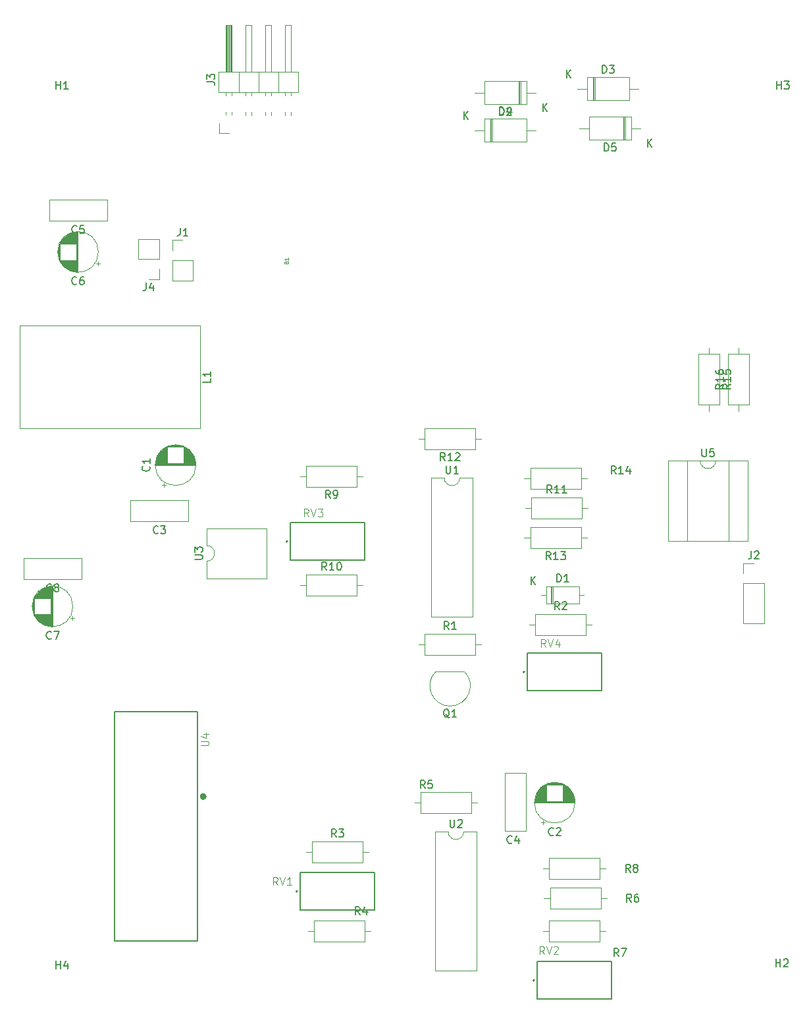
<source format=gto>
G04 #@! TF.GenerationSoftware,KiCad,Pcbnew,(5.1.6)-1*
G04 #@! TF.CreationDate,2020-06-09T21:43:49-06:00*
G04 #@! TF.ProjectId,Sensores,53656e73-6f72-4657-932e-6b696361645f,rev?*
G04 #@! TF.SameCoordinates,PX83c6600PY697e1a8*
G04 #@! TF.FileFunction,Legend,Top*
G04 #@! TF.FilePolarity,Positive*
%FSLAX46Y46*%
G04 Gerber Fmt 4.6, Leading zero omitted, Abs format (unit mm)*
G04 Created by KiCad (PCBNEW (5.1.6)-1) date 2020-06-09 21:43:49*
%MOMM*%
%LPD*%
G01*
G04 APERTURE LIST*
%ADD10C,0.127000*%
%ADD11C,0.200000*%
%ADD12C,0.120000*%
%ADD13C,0.015000*%
%ADD14C,0.150000*%
G04 APERTURE END LIST*
D10*
X52120800Y-1397000D02*
G75*
G03*
X52120800Y-1397000I-127000J0D01*
G01*
X52208991Y-1371600D02*
G75*
G03*
X52208991Y-1371600I-113591J0D01*
G01*
X52099519Y-1447800D02*
G75*
G03*
X52099519Y-1447800I-80319J0D01*
G01*
X52287016Y-1397000D02*
G75*
G03*
X52287016Y-1397000I-217016J0D01*
G01*
X52288841Y-1346200D02*
G75*
G03*
X52288841Y-1346200I-193441J0D01*
G01*
X52330253Y-1397000D02*
G75*
G03*
X52330253Y-1397000I-209453J0D01*
G01*
X52324000Y-1397000D02*
G75*
G03*
X52324000Y-1397000I-254000J0D01*
G01*
X52324000Y-1397000D02*
G75*
G03*
X52324000Y-1397000I-254000J0D01*
G01*
X52324000Y-1397000D02*
G75*
G03*
X52324000Y-1397000I-254000J0D01*
G01*
X52429209Y-1397000D02*
G75*
G03*
X52429209Y-1397000I-359209J0D01*
G01*
X51324000Y-19957000D02*
X51324000Y9543000D01*
X40624000Y-19957000D02*
X51324000Y-19957000D01*
X40624000Y9543000D02*
X40624000Y-19957000D01*
X51324000Y9543000D02*
X40624000Y9543000D01*
X93787000Y17025000D02*
X103317000Y17025000D01*
X103317000Y17025000D02*
X103317000Y12195000D01*
X93787000Y12195000D02*
X93787000Y17025000D01*
X103317000Y12195000D02*
X93787000Y12195000D01*
D11*
X93402000Y14605000D02*
G75*
G03*
X93402000Y14605000I-100000J0D01*
G01*
D12*
X65556000Y-18669000D02*
X66326000Y-18669000D01*
X73636000Y-18669000D02*
X72866000Y-18669000D01*
X66326000Y-20039000D02*
X72866000Y-20039000D01*
X66326000Y-17299000D02*
X66326000Y-20039000D01*
X72866000Y-17299000D02*
X66326000Y-17299000D01*
X72866000Y-20039000D02*
X72866000Y-17299000D01*
X28472000Y59085800D02*
X51672000Y59085800D01*
X28472000Y45885800D02*
X28472000Y59085800D01*
X51672000Y45885800D02*
X28472000Y45885800D01*
X51672000Y59085800D02*
X51672000Y45885800D01*
X42722000Y33961400D02*
X42722000Y36701400D01*
X50162000Y33961400D02*
X50162000Y36701400D01*
X50162000Y36701400D02*
X42722000Y36701400D01*
X50162000Y33961400D02*
X42722000Y33961400D01*
X90832000Y-5839000D02*
X90832000Y1601000D01*
X93572000Y-5839000D02*
X93572000Y1601000D01*
X90832000Y-5839000D02*
X93572000Y-5839000D01*
X90832000Y1601000D02*
X93572000Y1601000D01*
X54042000Y89070000D02*
X64322000Y89070000D01*
X64322000Y89070000D02*
X64322000Y91730000D01*
X64322000Y91730000D02*
X54042000Y91730000D01*
X54042000Y91730000D02*
X54042000Y89070000D01*
X54992000Y91730000D02*
X54992000Y97730000D01*
X54992000Y97730000D02*
X55752000Y97730000D01*
X55752000Y97730000D02*
X55752000Y91730000D01*
X55052000Y91730000D02*
X55052000Y97730000D01*
X55172000Y91730000D02*
X55172000Y97730000D01*
X55292000Y91730000D02*
X55292000Y97730000D01*
X55412000Y91730000D02*
X55412000Y97730000D01*
X55532000Y91730000D02*
X55532000Y97730000D01*
X55652000Y91730000D02*
X55652000Y97730000D01*
X54992000Y88672929D02*
X54992000Y89070000D01*
X55752000Y88672929D02*
X55752000Y89070000D01*
X54992000Y86200000D02*
X54992000Y86587071D01*
X55752000Y86200000D02*
X55752000Y86587071D01*
X56642000Y89070000D02*
X56642000Y91730000D01*
X57532000Y91730000D02*
X57532000Y97730000D01*
X57532000Y97730000D02*
X58292000Y97730000D01*
X58292000Y97730000D02*
X58292000Y91730000D01*
X57532000Y88672929D02*
X57532000Y89070000D01*
X58292000Y88672929D02*
X58292000Y89070000D01*
X57532000Y86132929D02*
X57532000Y86587071D01*
X58292000Y86132929D02*
X58292000Y86587071D01*
X59182000Y89070000D02*
X59182000Y91730000D01*
X60072000Y91730000D02*
X60072000Y97730000D01*
X60072000Y97730000D02*
X60832000Y97730000D01*
X60832000Y97730000D02*
X60832000Y91730000D01*
X60072000Y88672929D02*
X60072000Y89070000D01*
X60832000Y88672929D02*
X60832000Y89070000D01*
X60072000Y86132929D02*
X60072000Y86587071D01*
X60832000Y86132929D02*
X60832000Y86587071D01*
X61722000Y89070000D02*
X61722000Y91730000D01*
X62612000Y91730000D02*
X62612000Y97730000D01*
X62612000Y97730000D02*
X63372000Y97730000D01*
X63372000Y97730000D02*
X63372000Y91730000D01*
X62612000Y88672929D02*
X62612000Y89070000D01*
X63372000Y88672929D02*
X63372000Y89070000D01*
X62612000Y86132929D02*
X62612000Y86587071D01*
X63372000Y86132929D02*
X63372000Y86587071D01*
X55372000Y83820000D02*
X54102000Y83820000D01*
X54102000Y83820000D02*
X54102000Y85090000D01*
X64540000Y39751000D02*
X65310000Y39751000D01*
X72620000Y39751000D02*
X71850000Y39751000D01*
X65310000Y38381000D02*
X71850000Y38381000D01*
X65310000Y41121000D02*
X65310000Y38381000D01*
X71850000Y41121000D02*
X65310000Y41121000D01*
X71850000Y38381000D02*
X71850000Y41121000D01*
X96178000Y25631000D02*
X96178000Y23391000D01*
X96178000Y23391000D02*
X100418000Y23391000D01*
X100418000Y23391000D02*
X100418000Y25631000D01*
X100418000Y25631000D02*
X96178000Y25631000D01*
X95528000Y24511000D02*
X96178000Y24511000D01*
X101068000Y24511000D02*
X100418000Y24511000D01*
X96898000Y25631000D02*
X96898000Y23391000D01*
X97018000Y25631000D02*
X97018000Y23391000D01*
X96778000Y25631000D02*
X96778000Y23391000D01*
X85620000Y14677000D02*
X82020000Y14677000D01*
X85658478Y14665478D02*
G75*
G02*
X83820000Y10227000I-1838478J-1838478D01*
G01*
X81981522Y14665478D02*
G75*
G03*
X83820000Y10227000I1838478J-1838478D01*
G01*
D10*
X64577000Y-11169000D02*
X74107000Y-11169000D01*
X74107000Y-11169000D02*
X74107000Y-15999000D01*
X64577000Y-15999000D02*
X64577000Y-11169000D01*
X74107000Y-15999000D02*
X64577000Y-15999000D01*
D11*
X64192000Y-13589000D02*
G75*
G03*
X64192000Y-13589000I-100000J0D01*
G01*
X94672000Y-25019000D02*
G75*
G03*
X94672000Y-25019000I-100000J0D01*
G01*
D10*
X104587000Y-27429000D02*
X95057000Y-27429000D01*
X95057000Y-27429000D02*
X95057000Y-22599000D01*
X104587000Y-22599000D02*
X104587000Y-27429000D01*
X95057000Y-22599000D02*
X104587000Y-22599000D01*
D11*
X62922000Y31369000D02*
G75*
G03*
X62922000Y31369000I-100000J0D01*
G01*
D10*
X72837000Y28959000D02*
X63307000Y28959000D01*
X63307000Y28959000D02*
X63307000Y33789000D01*
X72837000Y33789000D02*
X72837000Y28959000D01*
X63307000Y33789000D02*
X72837000Y33789000D01*
D12*
X86724000Y39557000D02*
X85074000Y39557000D01*
X86724000Y21657000D02*
X86724000Y39557000D01*
X81424000Y21657000D02*
X86724000Y21657000D01*
X81424000Y39557000D02*
X81424000Y21657000D01*
X83074000Y39557000D02*
X81424000Y39557000D01*
X85074000Y39557000D02*
G75*
G02*
X83074000Y39557000I-1000000J0D01*
G01*
X83582000Y-5909000D02*
X81932000Y-5909000D01*
X81932000Y-5909000D02*
X81932000Y-23809000D01*
X81932000Y-23809000D02*
X87232000Y-23809000D01*
X87232000Y-23809000D02*
X87232000Y-5909000D01*
X87232000Y-5909000D02*
X85582000Y-5909000D01*
X85582000Y-5909000D02*
G75*
G02*
X83582000Y-5909000I-1000000J0D01*
G01*
X87860000Y18161000D02*
X87090000Y18161000D01*
X79780000Y18161000D02*
X80550000Y18161000D01*
X87090000Y19531000D02*
X80550000Y19531000D01*
X87090000Y16791000D02*
X87090000Y19531000D01*
X80550000Y16791000D02*
X87090000Y16791000D01*
X80550000Y19531000D02*
X80550000Y16791000D01*
X94774000Y22071000D02*
X94774000Y19331000D01*
X94774000Y19331000D02*
X101314000Y19331000D01*
X101314000Y19331000D02*
X101314000Y22071000D01*
X101314000Y22071000D02*
X94774000Y22071000D01*
X94004000Y20701000D02*
X94774000Y20701000D01*
X102084000Y20701000D02*
X101314000Y20701000D01*
X66072000Y-7139000D02*
X66072000Y-9879000D01*
X66072000Y-9879000D02*
X72612000Y-9879000D01*
X72612000Y-9879000D02*
X72612000Y-7139000D01*
X72612000Y-7139000D02*
X66072000Y-7139000D01*
X65302000Y-8509000D02*
X66072000Y-8509000D01*
X73382000Y-8509000D02*
X72612000Y-8509000D01*
X86582000Y-3529000D02*
X86582000Y-789000D01*
X86582000Y-789000D02*
X80042000Y-789000D01*
X80042000Y-789000D02*
X80042000Y-3529000D01*
X80042000Y-3529000D02*
X86582000Y-3529000D01*
X87352000Y-2159000D02*
X86582000Y-2159000D01*
X79272000Y-2159000D02*
X80042000Y-2159000D01*
X103989000Y-14478000D02*
X103219000Y-14478000D01*
X95909000Y-14478000D02*
X96679000Y-14478000D01*
X103219000Y-13108000D02*
X96679000Y-13108000D01*
X103219000Y-15848000D02*
X103219000Y-13108000D01*
X96679000Y-15848000D02*
X103219000Y-15848000D01*
X96679000Y-13108000D02*
X96679000Y-15848000D01*
X103092000Y-20039000D02*
X103092000Y-17299000D01*
X103092000Y-17299000D02*
X96552000Y-17299000D01*
X96552000Y-17299000D02*
X96552000Y-20039000D01*
X96552000Y-20039000D02*
X103092000Y-20039000D01*
X103862000Y-18669000D02*
X103092000Y-18669000D01*
X95782000Y-18669000D02*
X96552000Y-18669000D01*
X95782000Y-10668000D02*
X96552000Y-10668000D01*
X103862000Y-10668000D02*
X103092000Y-10668000D01*
X96552000Y-12038000D02*
X103092000Y-12038000D01*
X96552000Y-9298000D02*
X96552000Y-12038000D01*
X103092000Y-9298000D02*
X96552000Y-9298000D01*
X103092000Y-12038000D02*
X103092000Y-9298000D01*
X65310000Y27151000D02*
X65310000Y24411000D01*
X65310000Y24411000D02*
X71850000Y24411000D01*
X71850000Y24411000D02*
X71850000Y27151000D01*
X71850000Y27151000D02*
X65310000Y27151000D01*
X64540000Y25781000D02*
X65310000Y25781000D01*
X72620000Y25781000D02*
X71850000Y25781000D01*
X101576000Y35687000D02*
X100806000Y35687000D01*
X93496000Y35687000D02*
X94266000Y35687000D01*
X100806000Y37057000D02*
X94266000Y37057000D01*
X100806000Y34317000D02*
X100806000Y37057000D01*
X94266000Y34317000D02*
X100806000Y34317000D01*
X94266000Y37057000D02*
X94266000Y34317000D01*
X87090000Y43207000D02*
X87090000Y45947000D01*
X87090000Y45947000D02*
X80550000Y45947000D01*
X80550000Y45947000D02*
X80550000Y43207000D01*
X80550000Y43207000D02*
X87090000Y43207000D01*
X87860000Y44577000D02*
X87090000Y44577000D01*
X79780000Y44577000D02*
X80550000Y44577000D01*
X93369000Y39497000D02*
X94139000Y39497000D01*
X101449000Y39497000D02*
X100679000Y39497000D01*
X94139000Y38127000D02*
X100679000Y38127000D01*
X94139000Y40867000D02*
X94139000Y38127000D01*
X100679000Y40867000D02*
X94139000Y40867000D01*
X100679000Y38127000D02*
X100679000Y40867000D01*
X121555200Y20844200D02*
X124215200Y20844200D01*
X121555200Y25984200D02*
X121555200Y20844200D01*
X124215200Y25984200D02*
X124215200Y20844200D01*
X121555200Y25984200D02*
X124215200Y25984200D01*
X121555200Y27254200D02*
X121555200Y28584200D01*
X121555200Y28584200D02*
X122885200Y28584200D01*
X51134000Y41193400D02*
G75*
G03*
X51134000Y41193400I-2620000J0D01*
G01*
X45934000Y41193400D02*
X51094000Y41193400D01*
X45934000Y41233400D02*
X51094000Y41233400D01*
X45935000Y41273400D02*
X51093000Y41273400D01*
X45936000Y41313400D02*
X51092000Y41313400D01*
X45938000Y41353400D02*
X51090000Y41353400D01*
X45941000Y41393400D02*
X51087000Y41393400D01*
X45945000Y41433400D02*
X47474000Y41433400D01*
X49554000Y41433400D02*
X51083000Y41433400D01*
X45949000Y41473400D02*
X47474000Y41473400D01*
X49554000Y41473400D02*
X51079000Y41473400D01*
X45953000Y41513400D02*
X47474000Y41513400D01*
X49554000Y41513400D02*
X51075000Y41513400D01*
X45958000Y41553400D02*
X47474000Y41553400D01*
X49554000Y41553400D02*
X51070000Y41553400D01*
X45964000Y41593400D02*
X47474000Y41593400D01*
X49554000Y41593400D02*
X51064000Y41593400D01*
X45971000Y41633400D02*
X47474000Y41633400D01*
X49554000Y41633400D02*
X51057000Y41633400D01*
X45978000Y41673400D02*
X47474000Y41673400D01*
X49554000Y41673400D02*
X51050000Y41673400D01*
X45986000Y41713400D02*
X47474000Y41713400D01*
X49554000Y41713400D02*
X51042000Y41713400D01*
X45994000Y41753400D02*
X47474000Y41753400D01*
X49554000Y41753400D02*
X51034000Y41753400D01*
X46003000Y41793400D02*
X47474000Y41793400D01*
X49554000Y41793400D02*
X51025000Y41793400D01*
X46013000Y41833400D02*
X47474000Y41833400D01*
X49554000Y41833400D02*
X51015000Y41833400D01*
X46023000Y41873400D02*
X47474000Y41873400D01*
X49554000Y41873400D02*
X51005000Y41873400D01*
X46034000Y41914400D02*
X47474000Y41914400D01*
X49554000Y41914400D02*
X50994000Y41914400D01*
X46046000Y41954400D02*
X47474000Y41954400D01*
X49554000Y41954400D02*
X50982000Y41954400D01*
X46059000Y41994400D02*
X47474000Y41994400D01*
X49554000Y41994400D02*
X50969000Y41994400D01*
X46072000Y42034400D02*
X47474000Y42034400D01*
X49554000Y42034400D02*
X50956000Y42034400D01*
X46086000Y42074400D02*
X47474000Y42074400D01*
X49554000Y42074400D02*
X50942000Y42074400D01*
X46100000Y42114400D02*
X47474000Y42114400D01*
X49554000Y42114400D02*
X50928000Y42114400D01*
X46116000Y42154400D02*
X47474000Y42154400D01*
X49554000Y42154400D02*
X50912000Y42154400D01*
X46132000Y42194400D02*
X47474000Y42194400D01*
X49554000Y42194400D02*
X50896000Y42194400D01*
X46149000Y42234400D02*
X47474000Y42234400D01*
X49554000Y42234400D02*
X50879000Y42234400D01*
X46166000Y42274400D02*
X47474000Y42274400D01*
X49554000Y42274400D02*
X50862000Y42274400D01*
X46185000Y42314400D02*
X47474000Y42314400D01*
X49554000Y42314400D02*
X50843000Y42314400D01*
X46204000Y42354400D02*
X47474000Y42354400D01*
X49554000Y42354400D02*
X50824000Y42354400D01*
X46224000Y42394400D02*
X47474000Y42394400D01*
X49554000Y42394400D02*
X50804000Y42394400D01*
X46246000Y42434400D02*
X47474000Y42434400D01*
X49554000Y42434400D02*
X50782000Y42434400D01*
X46267000Y42474400D02*
X47474000Y42474400D01*
X49554000Y42474400D02*
X50761000Y42474400D01*
X46290000Y42514400D02*
X47474000Y42514400D01*
X49554000Y42514400D02*
X50738000Y42514400D01*
X46314000Y42554400D02*
X47474000Y42554400D01*
X49554000Y42554400D02*
X50714000Y42554400D01*
X46339000Y42594400D02*
X47474000Y42594400D01*
X49554000Y42594400D02*
X50689000Y42594400D01*
X46365000Y42634400D02*
X47474000Y42634400D01*
X49554000Y42634400D02*
X50663000Y42634400D01*
X46392000Y42674400D02*
X47474000Y42674400D01*
X49554000Y42674400D02*
X50636000Y42674400D01*
X46419000Y42714400D02*
X47474000Y42714400D01*
X49554000Y42714400D02*
X50609000Y42714400D01*
X46449000Y42754400D02*
X47474000Y42754400D01*
X49554000Y42754400D02*
X50579000Y42754400D01*
X46479000Y42794400D02*
X47474000Y42794400D01*
X49554000Y42794400D02*
X50549000Y42794400D01*
X46510000Y42834400D02*
X47474000Y42834400D01*
X49554000Y42834400D02*
X50518000Y42834400D01*
X46543000Y42874400D02*
X47474000Y42874400D01*
X49554000Y42874400D02*
X50485000Y42874400D01*
X46577000Y42914400D02*
X47474000Y42914400D01*
X49554000Y42914400D02*
X50451000Y42914400D01*
X46613000Y42954400D02*
X47474000Y42954400D01*
X49554000Y42954400D02*
X50415000Y42954400D01*
X46650000Y42994400D02*
X47474000Y42994400D01*
X49554000Y42994400D02*
X50378000Y42994400D01*
X46688000Y43034400D02*
X47474000Y43034400D01*
X49554000Y43034400D02*
X50340000Y43034400D01*
X46729000Y43074400D02*
X47474000Y43074400D01*
X49554000Y43074400D02*
X50299000Y43074400D01*
X46771000Y43114400D02*
X47474000Y43114400D01*
X49554000Y43114400D02*
X50257000Y43114400D01*
X46815000Y43154400D02*
X47474000Y43154400D01*
X49554000Y43154400D02*
X50213000Y43154400D01*
X46861000Y43194400D02*
X47474000Y43194400D01*
X49554000Y43194400D02*
X50167000Y43194400D01*
X46909000Y43234400D02*
X47474000Y43234400D01*
X49554000Y43234400D02*
X50119000Y43234400D01*
X46960000Y43274400D02*
X47474000Y43274400D01*
X49554000Y43274400D02*
X50068000Y43274400D01*
X47014000Y43314400D02*
X47474000Y43314400D01*
X49554000Y43314400D02*
X50014000Y43314400D01*
X47071000Y43354400D02*
X47474000Y43354400D01*
X49554000Y43354400D02*
X49957000Y43354400D01*
X47131000Y43394400D02*
X47474000Y43394400D01*
X49554000Y43394400D02*
X49897000Y43394400D01*
X47195000Y43434400D02*
X47474000Y43434400D01*
X49554000Y43434400D02*
X49833000Y43434400D01*
X47263000Y43474400D02*
X47474000Y43474400D01*
X49554000Y43474400D02*
X49765000Y43474400D01*
X47336000Y43514400D02*
X49692000Y43514400D01*
X47416000Y43554400D02*
X49612000Y43554400D01*
X47503000Y43594400D02*
X49525000Y43594400D01*
X47599000Y43634400D02*
X49429000Y43634400D01*
X47709000Y43674400D02*
X49319000Y43674400D01*
X47837000Y43714400D02*
X49191000Y43714400D01*
X47996000Y43754400D02*
X49032000Y43754400D01*
X48230000Y43794400D02*
X48798000Y43794400D01*
X47039000Y38388625D02*
X47039000Y38888625D01*
X46789000Y38638625D02*
X47289000Y38638625D01*
X95557000Y-4733775D02*
X96057000Y-4733775D01*
X95807000Y-4983775D02*
X95807000Y-4483775D01*
X96998000Y422000D02*
X97566000Y422000D01*
X96764000Y382000D02*
X97800000Y382000D01*
X96605000Y342000D02*
X97959000Y342000D01*
X96477000Y302000D02*
X98087000Y302000D01*
X96367000Y262000D02*
X98197000Y262000D01*
X96271000Y222000D02*
X98293000Y222000D01*
X96184000Y182000D02*
X98380000Y182000D01*
X96104000Y142000D02*
X98460000Y142000D01*
X98322000Y102000D02*
X98533000Y102000D01*
X96031000Y102000D02*
X96242000Y102000D01*
X98322000Y62000D02*
X98601000Y62000D01*
X95963000Y62000D02*
X96242000Y62000D01*
X98322000Y22000D02*
X98665000Y22000D01*
X95899000Y22000D02*
X96242000Y22000D01*
X98322000Y-18000D02*
X98725000Y-18000D01*
X95839000Y-18000D02*
X96242000Y-18000D01*
X98322000Y-58000D02*
X98782000Y-58000D01*
X95782000Y-58000D02*
X96242000Y-58000D01*
X98322000Y-98000D02*
X98836000Y-98000D01*
X95728000Y-98000D02*
X96242000Y-98000D01*
X98322000Y-138000D02*
X98887000Y-138000D01*
X95677000Y-138000D02*
X96242000Y-138000D01*
X98322000Y-178000D02*
X98935000Y-178000D01*
X95629000Y-178000D02*
X96242000Y-178000D01*
X98322000Y-218000D02*
X98981000Y-218000D01*
X95583000Y-218000D02*
X96242000Y-218000D01*
X98322000Y-258000D02*
X99025000Y-258000D01*
X95539000Y-258000D02*
X96242000Y-258000D01*
X98322000Y-298000D02*
X99067000Y-298000D01*
X95497000Y-298000D02*
X96242000Y-298000D01*
X98322000Y-338000D02*
X99108000Y-338000D01*
X95456000Y-338000D02*
X96242000Y-338000D01*
X98322000Y-378000D02*
X99146000Y-378000D01*
X95418000Y-378000D02*
X96242000Y-378000D01*
X98322000Y-418000D02*
X99183000Y-418000D01*
X95381000Y-418000D02*
X96242000Y-418000D01*
X98322000Y-458000D02*
X99219000Y-458000D01*
X95345000Y-458000D02*
X96242000Y-458000D01*
X98322000Y-498000D02*
X99253000Y-498000D01*
X95311000Y-498000D02*
X96242000Y-498000D01*
X98322000Y-538000D02*
X99286000Y-538000D01*
X95278000Y-538000D02*
X96242000Y-538000D01*
X98322000Y-578000D02*
X99317000Y-578000D01*
X95247000Y-578000D02*
X96242000Y-578000D01*
X98322000Y-618000D02*
X99347000Y-618000D01*
X95217000Y-618000D02*
X96242000Y-618000D01*
X98322000Y-658000D02*
X99377000Y-658000D01*
X95187000Y-658000D02*
X96242000Y-658000D01*
X98322000Y-698000D02*
X99404000Y-698000D01*
X95160000Y-698000D02*
X96242000Y-698000D01*
X98322000Y-738000D02*
X99431000Y-738000D01*
X95133000Y-738000D02*
X96242000Y-738000D01*
X98322000Y-778000D02*
X99457000Y-778000D01*
X95107000Y-778000D02*
X96242000Y-778000D01*
X98322000Y-818000D02*
X99482000Y-818000D01*
X95082000Y-818000D02*
X96242000Y-818000D01*
X98322000Y-858000D02*
X99506000Y-858000D01*
X95058000Y-858000D02*
X96242000Y-858000D01*
X98322000Y-898000D02*
X99529000Y-898000D01*
X95035000Y-898000D02*
X96242000Y-898000D01*
X98322000Y-938000D02*
X99550000Y-938000D01*
X95014000Y-938000D02*
X96242000Y-938000D01*
X98322000Y-978000D02*
X99572000Y-978000D01*
X94992000Y-978000D02*
X96242000Y-978000D01*
X98322000Y-1018000D02*
X99592000Y-1018000D01*
X94972000Y-1018000D02*
X96242000Y-1018000D01*
X98322000Y-1058000D02*
X99611000Y-1058000D01*
X94953000Y-1058000D02*
X96242000Y-1058000D01*
X98322000Y-1098000D02*
X99630000Y-1098000D01*
X94934000Y-1098000D02*
X96242000Y-1098000D01*
X98322000Y-1138000D02*
X99647000Y-1138000D01*
X94917000Y-1138000D02*
X96242000Y-1138000D01*
X98322000Y-1178000D02*
X99664000Y-1178000D01*
X94900000Y-1178000D02*
X96242000Y-1178000D01*
X98322000Y-1218000D02*
X99680000Y-1218000D01*
X94884000Y-1218000D02*
X96242000Y-1218000D01*
X98322000Y-1258000D02*
X99696000Y-1258000D01*
X94868000Y-1258000D02*
X96242000Y-1258000D01*
X98322000Y-1298000D02*
X99710000Y-1298000D01*
X94854000Y-1298000D02*
X96242000Y-1298000D01*
X98322000Y-1338000D02*
X99724000Y-1338000D01*
X94840000Y-1338000D02*
X96242000Y-1338000D01*
X98322000Y-1378000D02*
X99737000Y-1378000D01*
X94827000Y-1378000D02*
X96242000Y-1378000D01*
X98322000Y-1418000D02*
X99750000Y-1418000D01*
X94814000Y-1418000D02*
X96242000Y-1418000D01*
X98322000Y-1458000D02*
X99762000Y-1458000D01*
X94802000Y-1458000D02*
X96242000Y-1458000D01*
X98322000Y-1499000D02*
X99773000Y-1499000D01*
X94791000Y-1499000D02*
X96242000Y-1499000D01*
X98322000Y-1539000D02*
X99783000Y-1539000D01*
X94781000Y-1539000D02*
X96242000Y-1539000D01*
X98322000Y-1579000D02*
X99793000Y-1579000D01*
X94771000Y-1579000D02*
X96242000Y-1579000D01*
X98322000Y-1619000D02*
X99802000Y-1619000D01*
X94762000Y-1619000D02*
X96242000Y-1619000D01*
X98322000Y-1659000D02*
X99810000Y-1659000D01*
X94754000Y-1659000D02*
X96242000Y-1659000D01*
X98322000Y-1699000D02*
X99818000Y-1699000D01*
X94746000Y-1699000D02*
X96242000Y-1699000D01*
X98322000Y-1739000D02*
X99825000Y-1739000D01*
X94739000Y-1739000D02*
X96242000Y-1739000D01*
X98322000Y-1779000D02*
X99832000Y-1779000D01*
X94732000Y-1779000D02*
X96242000Y-1779000D01*
X98322000Y-1819000D02*
X99838000Y-1819000D01*
X94726000Y-1819000D02*
X96242000Y-1819000D01*
X98322000Y-1859000D02*
X99843000Y-1859000D01*
X94721000Y-1859000D02*
X96242000Y-1859000D01*
X98322000Y-1899000D02*
X99847000Y-1899000D01*
X94717000Y-1899000D02*
X96242000Y-1899000D01*
X98322000Y-1939000D02*
X99851000Y-1939000D01*
X94713000Y-1939000D02*
X96242000Y-1939000D01*
X94709000Y-1979000D02*
X99855000Y-1979000D01*
X94706000Y-2019000D02*
X99858000Y-2019000D01*
X94704000Y-2059000D02*
X99860000Y-2059000D01*
X94703000Y-2099000D02*
X99861000Y-2099000D01*
X94702000Y-2139000D02*
X99862000Y-2139000D01*
X94702000Y-2179000D02*
X99862000Y-2179000D01*
X99902000Y-2179000D02*
G75*
G03*
X99902000Y-2179000I-2620000J0D01*
G01*
X39701000Y72544000D02*
X32261000Y72544000D01*
X39701000Y75284000D02*
X32261000Y75284000D01*
X39701000Y72544000D02*
X39701000Y75284000D01*
X32261000Y72544000D02*
X32261000Y75284000D01*
X38515775Y66855000D02*
X38515775Y67355000D01*
X38765775Y67105000D02*
X38265775Y67105000D01*
X33360000Y68296000D02*
X33360000Y68864000D01*
X33400000Y68062000D02*
X33400000Y69098000D01*
X33440000Y67903000D02*
X33440000Y69257000D01*
X33480000Y67775000D02*
X33480000Y69385000D01*
X33520000Y67665000D02*
X33520000Y69495000D01*
X33560000Y67569000D02*
X33560000Y69591000D01*
X33600000Y67482000D02*
X33600000Y69678000D01*
X33640000Y67402000D02*
X33640000Y69758000D01*
X33680000Y69620000D02*
X33680000Y69831000D01*
X33680000Y67329000D02*
X33680000Y67540000D01*
X33720000Y69620000D02*
X33720000Y69899000D01*
X33720000Y67261000D02*
X33720000Y67540000D01*
X33760000Y69620000D02*
X33760000Y69963000D01*
X33760000Y67197000D02*
X33760000Y67540000D01*
X33800000Y69620000D02*
X33800000Y70023000D01*
X33800000Y67137000D02*
X33800000Y67540000D01*
X33840000Y69620000D02*
X33840000Y70080000D01*
X33840000Y67080000D02*
X33840000Y67540000D01*
X33880000Y69620000D02*
X33880000Y70134000D01*
X33880000Y67026000D02*
X33880000Y67540000D01*
X33920000Y69620000D02*
X33920000Y70185000D01*
X33920000Y66975000D02*
X33920000Y67540000D01*
X33960000Y69620000D02*
X33960000Y70233000D01*
X33960000Y66927000D02*
X33960000Y67540000D01*
X34000000Y69620000D02*
X34000000Y70279000D01*
X34000000Y66881000D02*
X34000000Y67540000D01*
X34040000Y69620000D02*
X34040000Y70323000D01*
X34040000Y66837000D02*
X34040000Y67540000D01*
X34080000Y69620000D02*
X34080000Y70365000D01*
X34080000Y66795000D02*
X34080000Y67540000D01*
X34120000Y69620000D02*
X34120000Y70406000D01*
X34120000Y66754000D02*
X34120000Y67540000D01*
X34160000Y69620000D02*
X34160000Y70444000D01*
X34160000Y66716000D02*
X34160000Y67540000D01*
X34200000Y69620000D02*
X34200000Y70481000D01*
X34200000Y66679000D02*
X34200000Y67540000D01*
X34240000Y69620000D02*
X34240000Y70517000D01*
X34240000Y66643000D02*
X34240000Y67540000D01*
X34280000Y69620000D02*
X34280000Y70551000D01*
X34280000Y66609000D02*
X34280000Y67540000D01*
X34320000Y69620000D02*
X34320000Y70584000D01*
X34320000Y66576000D02*
X34320000Y67540000D01*
X34360000Y69620000D02*
X34360000Y70615000D01*
X34360000Y66545000D02*
X34360000Y67540000D01*
X34400000Y69620000D02*
X34400000Y70645000D01*
X34400000Y66515000D02*
X34400000Y67540000D01*
X34440000Y69620000D02*
X34440000Y70675000D01*
X34440000Y66485000D02*
X34440000Y67540000D01*
X34480000Y69620000D02*
X34480000Y70702000D01*
X34480000Y66458000D02*
X34480000Y67540000D01*
X34520000Y69620000D02*
X34520000Y70729000D01*
X34520000Y66431000D02*
X34520000Y67540000D01*
X34560000Y69620000D02*
X34560000Y70755000D01*
X34560000Y66405000D02*
X34560000Y67540000D01*
X34600000Y69620000D02*
X34600000Y70780000D01*
X34600000Y66380000D02*
X34600000Y67540000D01*
X34640000Y69620000D02*
X34640000Y70804000D01*
X34640000Y66356000D02*
X34640000Y67540000D01*
X34680000Y69620000D02*
X34680000Y70827000D01*
X34680000Y66333000D02*
X34680000Y67540000D01*
X34720000Y69620000D02*
X34720000Y70848000D01*
X34720000Y66312000D02*
X34720000Y67540000D01*
X34760000Y69620000D02*
X34760000Y70870000D01*
X34760000Y66290000D02*
X34760000Y67540000D01*
X34800000Y69620000D02*
X34800000Y70890000D01*
X34800000Y66270000D02*
X34800000Y67540000D01*
X34840000Y69620000D02*
X34840000Y70909000D01*
X34840000Y66251000D02*
X34840000Y67540000D01*
X34880000Y69620000D02*
X34880000Y70928000D01*
X34880000Y66232000D02*
X34880000Y67540000D01*
X34920000Y69620000D02*
X34920000Y70945000D01*
X34920000Y66215000D02*
X34920000Y67540000D01*
X34960000Y69620000D02*
X34960000Y70962000D01*
X34960000Y66198000D02*
X34960000Y67540000D01*
X35000000Y69620000D02*
X35000000Y70978000D01*
X35000000Y66182000D02*
X35000000Y67540000D01*
X35040000Y69620000D02*
X35040000Y70994000D01*
X35040000Y66166000D02*
X35040000Y67540000D01*
X35080000Y69620000D02*
X35080000Y71008000D01*
X35080000Y66152000D02*
X35080000Y67540000D01*
X35120000Y69620000D02*
X35120000Y71022000D01*
X35120000Y66138000D02*
X35120000Y67540000D01*
X35160000Y69620000D02*
X35160000Y71035000D01*
X35160000Y66125000D02*
X35160000Y67540000D01*
X35200000Y69620000D02*
X35200000Y71048000D01*
X35200000Y66112000D02*
X35200000Y67540000D01*
X35240000Y69620000D02*
X35240000Y71060000D01*
X35240000Y66100000D02*
X35240000Y67540000D01*
X35281000Y69620000D02*
X35281000Y71071000D01*
X35281000Y66089000D02*
X35281000Y67540000D01*
X35321000Y69620000D02*
X35321000Y71081000D01*
X35321000Y66079000D02*
X35321000Y67540000D01*
X35361000Y69620000D02*
X35361000Y71091000D01*
X35361000Y66069000D02*
X35361000Y67540000D01*
X35401000Y69620000D02*
X35401000Y71100000D01*
X35401000Y66060000D02*
X35401000Y67540000D01*
X35441000Y69620000D02*
X35441000Y71108000D01*
X35441000Y66052000D02*
X35441000Y67540000D01*
X35481000Y69620000D02*
X35481000Y71116000D01*
X35481000Y66044000D02*
X35481000Y67540000D01*
X35521000Y69620000D02*
X35521000Y71123000D01*
X35521000Y66037000D02*
X35521000Y67540000D01*
X35561000Y69620000D02*
X35561000Y71130000D01*
X35561000Y66030000D02*
X35561000Y67540000D01*
X35601000Y69620000D02*
X35601000Y71136000D01*
X35601000Y66024000D02*
X35601000Y67540000D01*
X35641000Y69620000D02*
X35641000Y71141000D01*
X35641000Y66019000D02*
X35641000Y67540000D01*
X35681000Y69620000D02*
X35681000Y71145000D01*
X35681000Y66015000D02*
X35681000Y67540000D01*
X35721000Y69620000D02*
X35721000Y71149000D01*
X35721000Y66011000D02*
X35721000Y67540000D01*
X35761000Y66007000D02*
X35761000Y71153000D01*
X35801000Y66004000D02*
X35801000Y71156000D01*
X35841000Y66002000D02*
X35841000Y71158000D01*
X35881000Y66001000D02*
X35881000Y71159000D01*
X35921000Y66000000D02*
X35921000Y71160000D01*
X35961000Y66000000D02*
X35961000Y71160000D01*
X38581000Y68580000D02*
G75*
G03*
X38581000Y68580000I-2620000J0D01*
G01*
X35239175Y21312800D02*
X35239175Y21812800D01*
X35489175Y21562800D02*
X34989175Y21562800D01*
X30083400Y22753800D02*
X30083400Y23321800D01*
X30123400Y22519800D02*
X30123400Y23555800D01*
X30163400Y22360800D02*
X30163400Y23714800D01*
X30203400Y22232800D02*
X30203400Y23842800D01*
X30243400Y22122800D02*
X30243400Y23952800D01*
X30283400Y22026800D02*
X30283400Y24048800D01*
X30323400Y21939800D02*
X30323400Y24135800D01*
X30363400Y21859800D02*
X30363400Y24215800D01*
X30403400Y24077800D02*
X30403400Y24288800D01*
X30403400Y21786800D02*
X30403400Y21997800D01*
X30443400Y24077800D02*
X30443400Y24356800D01*
X30443400Y21718800D02*
X30443400Y21997800D01*
X30483400Y24077800D02*
X30483400Y24420800D01*
X30483400Y21654800D02*
X30483400Y21997800D01*
X30523400Y24077800D02*
X30523400Y24480800D01*
X30523400Y21594800D02*
X30523400Y21997800D01*
X30563400Y24077800D02*
X30563400Y24537800D01*
X30563400Y21537800D02*
X30563400Y21997800D01*
X30603400Y24077800D02*
X30603400Y24591800D01*
X30603400Y21483800D02*
X30603400Y21997800D01*
X30643400Y24077800D02*
X30643400Y24642800D01*
X30643400Y21432800D02*
X30643400Y21997800D01*
X30683400Y24077800D02*
X30683400Y24690800D01*
X30683400Y21384800D02*
X30683400Y21997800D01*
X30723400Y24077800D02*
X30723400Y24736800D01*
X30723400Y21338800D02*
X30723400Y21997800D01*
X30763400Y24077800D02*
X30763400Y24780800D01*
X30763400Y21294800D02*
X30763400Y21997800D01*
X30803400Y24077800D02*
X30803400Y24822800D01*
X30803400Y21252800D02*
X30803400Y21997800D01*
X30843400Y24077800D02*
X30843400Y24863800D01*
X30843400Y21211800D02*
X30843400Y21997800D01*
X30883400Y24077800D02*
X30883400Y24901800D01*
X30883400Y21173800D02*
X30883400Y21997800D01*
X30923400Y24077800D02*
X30923400Y24938800D01*
X30923400Y21136800D02*
X30923400Y21997800D01*
X30963400Y24077800D02*
X30963400Y24974800D01*
X30963400Y21100800D02*
X30963400Y21997800D01*
X31003400Y24077800D02*
X31003400Y25008800D01*
X31003400Y21066800D02*
X31003400Y21997800D01*
X31043400Y24077800D02*
X31043400Y25041800D01*
X31043400Y21033800D02*
X31043400Y21997800D01*
X31083400Y24077800D02*
X31083400Y25072800D01*
X31083400Y21002800D02*
X31083400Y21997800D01*
X31123400Y24077800D02*
X31123400Y25102800D01*
X31123400Y20972800D02*
X31123400Y21997800D01*
X31163400Y24077800D02*
X31163400Y25132800D01*
X31163400Y20942800D02*
X31163400Y21997800D01*
X31203400Y24077800D02*
X31203400Y25159800D01*
X31203400Y20915800D02*
X31203400Y21997800D01*
X31243400Y24077800D02*
X31243400Y25186800D01*
X31243400Y20888800D02*
X31243400Y21997800D01*
X31283400Y24077800D02*
X31283400Y25212800D01*
X31283400Y20862800D02*
X31283400Y21997800D01*
X31323400Y24077800D02*
X31323400Y25237800D01*
X31323400Y20837800D02*
X31323400Y21997800D01*
X31363400Y24077800D02*
X31363400Y25261800D01*
X31363400Y20813800D02*
X31363400Y21997800D01*
X31403400Y24077800D02*
X31403400Y25284800D01*
X31403400Y20790800D02*
X31403400Y21997800D01*
X31443400Y24077800D02*
X31443400Y25305800D01*
X31443400Y20769800D02*
X31443400Y21997800D01*
X31483400Y24077800D02*
X31483400Y25327800D01*
X31483400Y20747800D02*
X31483400Y21997800D01*
X31523400Y24077800D02*
X31523400Y25347800D01*
X31523400Y20727800D02*
X31523400Y21997800D01*
X31563400Y24077800D02*
X31563400Y25366800D01*
X31563400Y20708800D02*
X31563400Y21997800D01*
X31603400Y24077800D02*
X31603400Y25385800D01*
X31603400Y20689800D02*
X31603400Y21997800D01*
X31643400Y24077800D02*
X31643400Y25402800D01*
X31643400Y20672800D02*
X31643400Y21997800D01*
X31683400Y24077800D02*
X31683400Y25419800D01*
X31683400Y20655800D02*
X31683400Y21997800D01*
X31723400Y24077800D02*
X31723400Y25435800D01*
X31723400Y20639800D02*
X31723400Y21997800D01*
X31763400Y24077800D02*
X31763400Y25451800D01*
X31763400Y20623800D02*
X31763400Y21997800D01*
X31803400Y24077800D02*
X31803400Y25465800D01*
X31803400Y20609800D02*
X31803400Y21997800D01*
X31843400Y24077800D02*
X31843400Y25479800D01*
X31843400Y20595800D02*
X31843400Y21997800D01*
X31883400Y24077800D02*
X31883400Y25492800D01*
X31883400Y20582800D02*
X31883400Y21997800D01*
X31923400Y24077800D02*
X31923400Y25505800D01*
X31923400Y20569800D02*
X31923400Y21997800D01*
X31963400Y24077800D02*
X31963400Y25517800D01*
X31963400Y20557800D02*
X31963400Y21997800D01*
X32004400Y24077800D02*
X32004400Y25528800D01*
X32004400Y20546800D02*
X32004400Y21997800D01*
X32044400Y24077800D02*
X32044400Y25538800D01*
X32044400Y20536800D02*
X32044400Y21997800D01*
X32084400Y24077800D02*
X32084400Y25548800D01*
X32084400Y20526800D02*
X32084400Y21997800D01*
X32124400Y24077800D02*
X32124400Y25557800D01*
X32124400Y20517800D02*
X32124400Y21997800D01*
X32164400Y24077800D02*
X32164400Y25565800D01*
X32164400Y20509800D02*
X32164400Y21997800D01*
X32204400Y24077800D02*
X32204400Y25573800D01*
X32204400Y20501800D02*
X32204400Y21997800D01*
X32244400Y24077800D02*
X32244400Y25580800D01*
X32244400Y20494800D02*
X32244400Y21997800D01*
X32284400Y24077800D02*
X32284400Y25587800D01*
X32284400Y20487800D02*
X32284400Y21997800D01*
X32324400Y24077800D02*
X32324400Y25593800D01*
X32324400Y20481800D02*
X32324400Y21997800D01*
X32364400Y24077800D02*
X32364400Y25598800D01*
X32364400Y20476800D02*
X32364400Y21997800D01*
X32404400Y24077800D02*
X32404400Y25602800D01*
X32404400Y20472800D02*
X32404400Y21997800D01*
X32444400Y24077800D02*
X32444400Y25606800D01*
X32444400Y20468800D02*
X32444400Y21997800D01*
X32484400Y20464800D02*
X32484400Y25610800D01*
X32524400Y20461800D02*
X32524400Y25613800D01*
X32564400Y20459800D02*
X32564400Y25615800D01*
X32604400Y20458800D02*
X32604400Y25616800D01*
X32644400Y20457800D02*
X32644400Y25617800D01*
X32684400Y20457800D02*
X32684400Y25617800D01*
X35304400Y23037800D02*
G75*
G03*
X35304400Y23037800I-2620000J0D01*
G01*
X36424400Y26493800D02*
X28984400Y26493800D01*
X36424400Y29233800D02*
X28984400Y29233800D01*
X36424400Y26493800D02*
X36424400Y29233800D01*
X28984400Y26493800D02*
X28984400Y29233800D01*
X48098400Y64887800D02*
X50758400Y64887800D01*
X48098400Y67487800D02*
X48098400Y64887800D01*
X50758400Y67487800D02*
X50758400Y64887800D01*
X48098400Y67487800D02*
X50758400Y67487800D01*
X48098400Y68757800D02*
X48098400Y70087800D01*
X48098400Y70087800D02*
X49428400Y70087800D01*
X46389600Y65040200D02*
X45059600Y65040200D01*
X46389600Y66370200D02*
X46389600Y65040200D01*
X46389600Y67640200D02*
X43729600Y67640200D01*
X43729600Y67640200D02*
X43729600Y70240200D01*
X46389600Y67640200D02*
X46389600Y70240200D01*
X46389600Y70240200D02*
X43729600Y70240200D01*
X92872000Y87557000D02*
X92872000Y90497000D01*
X92632000Y87557000D02*
X92632000Y90497000D01*
X92752000Y87557000D02*
X92752000Y90497000D01*
X86992000Y89027000D02*
X88212000Y89027000D01*
X94872000Y89027000D02*
X93652000Y89027000D01*
X88212000Y87557000D02*
X93652000Y87557000D01*
X88212000Y90497000D02*
X88212000Y87557000D01*
X93652000Y90497000D02*
X88212000Y90497000D01*
X93652000Y87557000D02*
X93652000Y90497000D01*
X102200000Y91005000D02*
X102200000Y88065000D01*
X102440000Y91005000D02*
X102440000Y88065000D01*
X102320000Y91005000D02*
X102320000Y88065000D01*
X108080000Y89535000D02*
X106860000Y89535000D01*
X100200000Y89535000D02*
X101420000Y89535000D01*
X106860000Y91005000D02*
X101420000Y91005000D01*
X106860000Y88065000D02*
X106860000Y91005000D01*
X101420000Y88065000D02*
X106860000Y88065000D01*
X101420000Y91005000D02*
X101420000Y88065000D01*
X88212000Y85671000D02*
X88212000Y82731000D01*
X88212000Y82731000D02*
X93652000Y82731000D01*
X93652000Y82731000D02*
X93652000Y85671000D01*
X93652000Y85671000D02*
X88212000Y85671000D01*
X86992000Y84201000D02*
X88212000Y84201000D01*
X94872000Y84201000D02*
X93652000Y84201000D01*
X89112000Y85671000D02*
X89112000Y82731000D01*
X89232000Y85671000D02*
X89232000Y82731000D01*
X88992000Y85671000D02*
X88992000Y82731000D01*
X107114000Y82985000D02*
X107114000Y85925000D01*
X107114000Y85925000D02*
X101674000Y85925000D01*
X101674000Y85925000D02*
X101674000Y82985000D01*
X101674000Y82985000D02*
X107114000Y82985000D01*
X108334000Y84455000D02*
X107114000Y84455000D01*
X100454000Y84455000D02*
X101674000Y84455000D01*
X106214000Y82985000D02*
X106214000Y85925000D01*
X106094000Y82985000D02*
X106094000Y85925000D01*
X106334000Y82985000D02*
X106334000Y85925000D01*
X100679000Y30507000D02*
X100679000Y33247000D01*
X100679000Y33247000D02*
X94139000Y33247000D01*
X94139000Y33247000D02*
X94139000Y30507000D01*
X94139000Y30507000D02*
X100679000Y30507000D01*
X101449000Y31877000D02*
X100679000Y31877000D01*
X93369000Y31877000D02*
X94139000Y31877000D01*
X115992400Y41741400D02*
X114342400Y41741400D01*
X114342400Y41741400D02*
X114342400Y31461400D01*
X114342400Y31461400D02*
X119642400Y31461400D01*
X119642400Y31461400D02*
X119642400Y41741400D01*
X119642400Y41741400D02*
X117992400Y41741400D01*
X111852400Y41801400D02*
X111852400Y31401400D01*
X111852400Y31401400D02*
X122132400Y31401400D01*
X122132400Y31401400D02*
X122132400Y41801400D01*
X122132400Y41801400D02*
X111852400Y41801400D01*
X117992400Y41741400D02*
G75*
G02*
X115992400Y41741400I-1000000J0D01*
G01*
X52518000Y28845000D02*
X52518000Y26610000D01*
X52518000Y26610000D02*
X60258000Y26610000D01*
X60258000Y26610000D02*
X60258000Y33080000D01*
X60258000Y33080000D02*
X52518000Y33080000D01*
X52518000Y33080000D02*
X52518000Y30845000D01*
X52518000Y30845000D02*
G75*
G02*
X52518000Y28845000I0J-1000000D01*
G01*
X117094000Y48157000D02*
X117094000Y48927000D01*
X117094000Y56237000D02*
X117094000Y55467000D01*
X118464000Y48927000D02*
X118464000Y55467000D01*
X115724000Y48927000D02*
X118464000Y48927000D01*
X115724000Y55467000D02*
X115724000Y48927000D01*
X118464000Y55467000D02*
X115724000Y55467000D01*
X119534000Y48927000D02*
X122274000Y48927000D01*
X122274000Y48927000D02*
X122274000Y55467000D01*
X122274000Y55467000D02*
X119534000Y55467000D01*
X119534000Y55467000D02*
X119534000Y48927000D01*
X120904000Y48157000D02*
X120904000Y48927000D01*
X120904000Y56237000D02*
X120904000Y55467000D01*
D13*
X62779914Y67242715D02*
X62802771Y67311286D01*
X62825628Y67334143D01*
X62871342Y67357000D01*
X62939914Y67357000D01*
X62985628Y67334143D01*
X63008485Y67311286D01*
X63031342Y67265572D01*
X63031342Y67082715D01*
X62551342Y67082715D01*
X62551342Y67242715D01*
X62574200Y67288429D01*
X62597057Y67311286D01*
X62642771Y67334143D01*
X62688485Y67334143D01*
X62734200Y67311286D01*
X62757057Y67288429D01*
X62779914Y67242715D01*
X62779914Y67082715D01*
X63031342Y67814143D02*
X63031342Y67539858D01*
X63031342Y67677000D02*
X62551342Y67677000D01*
X62619914Y67631286D01*
X62665628Y67585572D01*
X62688485Y67539858D01*
X51763715Y5160314D02*
X52573565Y5160314D01*
X52668841Y5207953D01*
X52716479Y5255591D01*
X52764117Y5350867D01*
X52764117Y5541420D01*
X52716479Y5636696D01*
X52668841Y5684335D01*
X52573565Y5731973D01*
X51763715Y5731973D01*
X52097183Y6637098D02*
X52764117Y6637098D01*
X51716077Y6398907D02*
X52430650Y6160716D01*
X52430650Y6780013D01*
X96127432Y17793294D02*
X95793505Y18270332D01*
X95554986Y17793294D02*
X95554986Y18795074D01*
X95936617Y18795074D01*
X96032024Y18747370D01*
X96079728Y18699667D01*
X96127432Y18604259D01*
X96127432Y18461148D01*
X96079728Y18365740D01*
X96032024Y18318036D01*
X95936617Y18270332D01*
X95554986Y18270332D01*
X96413655Y18795074D02*
X96747581Y17793294D01*
X97081508Y18795074D01*
X97844769Y18461148D02*
X97844769Y17793294D01*
X97606250Y18842778D02*
X97367731Y18127221D01*
X97987880Y18127221D01*
D14*
X72223333Y-16581380D02*
X71890000Y-16105190D01*
X71651904Y-16581380D02*
X71651904Y-15581380D01*
X72032857Y-15581380D01*
X72128095Y-15629000D01*
X72175714Y-15676619D01*
X72223333Y-15771857D01*
X72223333Y-15914714D01*
X72175714Y-16009952D01*
X72128095Y-16057571D01*
X72032857Y-16105190D01*
X71651904Y-16105190D01*
X73080476Y-15914714D02*
X73080476Y-16581380D01*
X72842380Y-15533761D02*
X72604285Y-16248047D01*
X73223333Y-16248047D01*
X53024380Y52319134D02*
X53024380Y51842943D01*
X52024380Y51842943D01*
X53024380Y53176277D02*
X53024380Y52604848D01*
X53024380Y52890562D02*
X52024380Y52890562D01*
X52167238Y52795324D01*
X52262476Y52700086D01*
X52310095Y52604848D01*
X46275333Y32474258D02*
X46227714Y32426639D01*
X46084857Y32379020D01*
X45989619Y32379020D01*
X45846761Y32426639D01*
X45751523Y32521877D01*
X45703904Y32617115D01*
X45656285Y32807591D01*
X45656285Y32950448D01*
X45703904Y33140924D01*
X45751523Y33236162D01*
X45846761Y33331400D01*
X45989619Y33379020D01*
X46084857Y33379020D01*
X46227714Y33331400D01*
X46275333Y33283781D01*
X46608666Y33379020D02*
X47227714Y33379020D01*
X46894380Y32998067D01*
X47037238Y32998067D01*
X47132476Y32950448D01*
X47180095Y32902829D01*
X47227714Y32807591D01*
X47227714Y32569496D01*
X47180095Y32474258D01*
X47132476Y32426639D01*
X47037238Y32379020D01*
X46751523Y32379020D01*
X46656285Y32426639D01*
X46608666Y32474258D01*
X91781333Y-7342142D02*
X91733714Y-7389761D01*
X91590857Y-7437380D01*
X91495619Y-7437380D01*
X91352761Y-7389761D01*
X91257523Y-7294523D01*
X91209904Y-7199285D01*
X91162285Y-7008809D01*
X91162285Y-6865952D01*
X91209904Y-6675476D01*
X91257523Y-6580238D01*
X91352761Y-6485000D01*
X91495619Y-6437380D01*
X91590857Y-6437380D01*
X91733714Y-6485000D01*
X91781333Y-6532619D01*
X92638476Y-6770714D02*
X92638476Y-7437380D01*
X92400380Y-6389761D02*
X92162285Y-7104047D01*
X92781333Y-7104047D01*
X52554380Y90411667D02*
X53268666Y90411667D01*
X53411523Y90364048D01*
X53506761Y90268810D01*
X53554380Y90125953D01*
X53554380Y90030715D01*
X52554380Y90792620D02*
X52554380Y91411667D01*
X52935333Y91078334D01*
X52935333Y91221191D01*
X52982952Y91316429D01*
X53030571Y91364048D01*
X53125809Y91411667D01*
X53363904Y91411667D01*
X53459142Y91364048D01*
X53506761Y91316429D01*
X53554380Y91221191D01*
X53554380Y90935477D01*
X53506761Y90840239D01*
X53459142Y90792620D01*
X68413333Y36928620D02*
X68080000Y37404810D01*
X67841904Y36928620D02*
X67841904Y37928620D01*
X68222857Y37928620D01*
X68318095Y37881000D01*
X68365714Y37833381D01*
X68413333Y37738143D01*
X68413333Y37595286D01*
X68365714Y37500048D01*
X68318095Y37452429D01*
X68222857Y37404810D01*
X67841904Y37404810D01*
X68889523Y36928620D02*
X69080000Y36928620D01*
X69175238Y36976239D01*
X69222857Y37023858D01*
X69318095Y37166715D01*
X69365714Y37357191D01*
X69365714Y37738143D01*
X69318095Y37833381D01*
X69270476Y37881000D01*
X69175238Y37928620D01*
X68984761Y37928620D01*
X68889523Y37881000D01*
X68841904Y37833381D01*
X68794285Y37738143D01*
X68794285Y37500048D01*
X68841904Y37404810D01*
X68889523Y37357191D01*
X68984761Y37309572D01*
X69175238Y37309572D01*
X69270476Y37357191D01*
X69318095Y37404810D01*
X69365714Y37500048D01*
X97559904Y26178620D02*
X97559904Y27178620D01*
X97798000Y27178620D01*
X97940857Y27131000D01*
X98036095Y27035762D01*
X98083714Y26940524D01*
X98131333Y26750048D01*
X98131333Y26607191D01*
X98083714Y26416715D01*
X98036095Y26321477D01*
X97940857Y26226239D01*
X97798000Y26178620D01*
X97559904Y26178620D01*
X99083714Y26178620D02*
X98512285Y26178620D01*
X98798000Y26178620D02*
X98798000Y27178620D01*
X98702761Y27035762D01*
X98607523Y26940524D01*
X98512285Y26892905D01*
X94226095Y25858620D02*
X94226095Y26858620D01*
X94797523Y25858620D02*
X94368952Y26430048D01*
X94797523Y26858620D02*
X94226095Y26287191D01*
X83724761Y8719381D02*
X83629523Y8767000D01*
X83534285Y8862239D01*
X83391428Y9005096D01*
X83296190Y9052715D01*
X83200952Y9052715D01*
X83248571Y8814620D02*
X83153333Y8862239D01*
X83058095Y8957477D01*
X83010476Y9147953D01*
X83010476Y9481286D01*
X83058095Y9671762D01*
X83153333Y9767000D01*
X83248571Y9814620D01*
X83439047Y9814620D01*
X83534285Y9767000D01*
X83629523Y9671762D01*
X83677142Y9481286D01*
X83677142Y9147953D01*
X83629523Y8957477D01*
X83534285Y8862239D01*
X83439047Y8814620D01*
X83248571Y8814620D01*
X84629523Y8814620D02*
X84058095Y8814620D01*
X84343809Y8814620D02*
X84343809Y9814620D01*
X84248571Y9671762D01*
X84153333Y9576524D01*
X84058095Y9528905D01*
D13*
X61633702Y-12772186D02*
X61299775Y-12295148D01*
X61061256Y-12772186D02*
X61061256Y-11770406D01*
X61442887Y-11770406D01*
X61538294Y-11818110D01*
X61585998Y-11865813D01*
X61633702Y-11961221D01*
X61633702Y-12104332D01*
X61585998Y-12199740D01*
X61538294Y-12247444D01*
X61442887Y-12295148D01*
X61061256Y-12295148D01*
X61919925Y-11770406D02*
X62253851Y-12772186D01*
X62587778Y-11770406D01*
X63446447Y-12772186D02*
X62874001Y-12772186D01*
X63160224Y-12772186D02*
X63160224Y-11770406D01*
X63064816Y-11913517D01*
X62969409Y-12008925D01*
X62874001Y-12056629D01*
X95923702Y-21662186D02*
X95589775Y-21185148D01*
X95351256Y-21662186D02*
X95351256Y-20660406D01*
X95732887Y-20660406D01*
X95828294Y-20708110D01*
X95875998Y-20755813D01*
X95923702Y-20851221D01*
X95923702Y-20994332D01*
X95875998Y-21089740D01*
X95828294Y-21137444D01*
X95732887Y-21185148D01*
X95351256Y-21185148D01*
X96209925Y-20660406D02*
X96543851Y-21662186D01*
X96877778Y-20660406D01*
X97164001Y-20755813D02*
X97211705Y-20708110D01*
X97307112Y-20660406D01*
X97545631Y-20660406D01*
X97641039Y-20708110D01*
X97688743Y-20755813D01*
X97736447Y-20851221D01*
X97736447Y-20946629D01*
X97688743Y-21089740D01*
X97116297Y-21662186D01*
X97736447Y-21662186D01*
X65647432Y34557294D02*
X65313505Y35034332D01*
X65074986Y34557294D02*
X65074986Y35559074D01*
X65456617Y35559074D01*
X65552024Y35511370D01*
X65599728Y35463667D01*
X65647432Y35368259D01*
X65647432Y35225148D01*
X65599728Y35129740D01*
X65552024Y35082036D01*
X65456617Y35034332D01*
X65074986Y35034332D01*
X65933655Y35559074D02*
X66267581Y34557294D01*
X66601508Y35559074D01*
X66840027Y35559074D02*
X67460177Y35559074D01*
X67126250Y35177444D01*
X67269361Y35177444D01*
X67364769Y35129740D01*
X67412473Y35082036D01*
X67460177Y34986629D01*
X67460177Y34748110D01*
X67412473Y34652702D01*
X67364769Y34604998D01*
X67269361Y34557294D01*
X66983139Y34557294D01*
X66887731Y34604998D01*
X66840027Y34652702D01*
D14*
X83312095Y41104620D02*
X83312095Y40295096D01*
X83359714Y40199858D01*
X83407333Y40152239D01*
X83502571Y40104620D01*
X83693047Y40104620D01*
X83788285Y40152239D01*
X83835904Y40199858D01*
X83883523Y40295096D01*
X83883523Y41104620D01*
X84883523Y40104620D02*
X84312095Y40104620D01*
X84597809Y40104620D02*
X84597809Y41104620D01*
X84502571Y40961762D01*
X84407333Y40866524D01*
X84312095Y40818905D01*
X83820095Y-4361380D02*
X83820095Y-5170904D01*
X83867714Y-5266142D01*
X83915333Y-5313761D01*
X84010571Y-5361380D01*
X84201047Y-5361380D01*
X84296285Y-5313761D01*
X84343904Y-5266142D01*
X84391523Y-5170904D01*
X84391523Y-4361380D01*
X84820095Y-4456619D02*
X84867714Y-4409000D01*
X84962952Y-4361380D01*
X85201047Y-4361380D01*
X85296285Y-4409000D01*
X85343904Y-4456619D01*
X85391523Y-4551857D01*
X85391523Y-4647095D01*
X85343904Y-4789952D01*
X84772476Y-5361380D01*
X85391523Y-5361380D01*
X83653333Y20078620D02*
X83320000Y20554810D01*
X83081904Y20078620D02*
X83081904Y21078620D01*
X83462857Y21078620D01*
X83558095Y21031000D01*
X83605714Y20983381D01*
X83653333Y20888143D01*
X83653333Y20745286D01*
X83605714Y20650048D01*
X83558095Y20602429D01*
X83462857Y20554810D01*
X83081904Y20554810D01*
X84605714Y20078620D02*
X84034285Y20078620D01*
X84320000Y20078620D02*
X84320000Y21078620D01*
X84224761Y20935762D01*
X84129523Y20840524D01*
X84034285Y20792905D01*
X97877333Y22618620D02*
X97544000Y23094810D01*
X97305904Y22618620D02*
X97305904Y23618620D01*
X97686857Y23618620D01*
X97782095Y23571000D01*
X97829714Y23523381D01*
X97877333Y23428143D01*
X97877333Y23285286D01*
X97829714Y23190048D01*
X97782095Y23142429D01*
X97686857Y23094810D01*
X97305904Y23094810D01*
X98258285Y23523381D02*
X98305904Y23571000D01*
X98401142Y23618620D01*
X98639238Y23618620D01*
X98734476Y23571000D01*
X98782095Y23523381D01*
X98829714Y23428143D01*
X98829714Y23332905D01*
X98782095Y23190048D01*
X98210666Y22618620D01*
X98829714Y22618620D01*
X69175333Y-6591380D02*
X68842000Y-6115190D01*
X68603904Y-6591380D02*
X68603904Y-5591380D01*
X68984857Y-5591380D01*
X69080095Y-5639000D01*
X69127714Y-5686619D01*
X69175333Y-5781857D01*
X69175333Y-5924714D01*
X69127714Y-6019952D01*
X69080095Y-6067571D01*
X68984857Y-6115190D01*
X68603904Y-6115190D01*
X69508666Y-5591380D02*
X70127714Y-5591380D01*
X69794380Y-5972333D01*
X69937238Y-5972333D01*
X70032476Y-6019952D01*
X70080095Y-6067571D01*
X70127714Y-6162809D01*
X70127714Y-6400904D01*
X70080095Y-6496142D01*
X70032476Y-6543761D01*
X69937238Y-6591380D01*
X69651523Y-6591380D01*
X69556285Y-6543761D01*
X69508666Y-6496142D01*
X80605333Y-325380D02*
X80272000Y150810D01*
X80033904Y-325380D02*
X80033904Y674620D01*
X80414857Y674620D01*
X80510095Y627000D01*
X80557714Y579381D01*
X80605333Y484143D01*
X80605333Y341286D01*
X80557714Y246048D01*
X80510095Y198429D01*
X80414857Y150810D01*
X80033904Y150810D01*
X81510095Y674620D02*
X81033904Y674620D01*
X80986285Y198429D01*
X81033904Y246048D01*
X81129142Y293667D01*
X81367238Y293667D01*
X81462476Y246048D01*
X81510095Y198429D01*
X81557714Y103191D01*
X81557714Y-134904D01*
X81510095Y-230142D01*
X81462476Y-277761D01*
X81367238Y-325380D01*
X81129142Y-325380D01*
X81033904Y-277761D01*
X80986285Y-230142D01*
X107148333Y-14930380D02*
X106815000Y-14454190D01*
X106576904Y-14930380D02*
X106576904Y-13930380D01*
X106957857Y-13930380D01*
X107053095Y-13978000D01*
X107100714Y-14025619D01*
X107148333Y-14120857D01*
X107148333Y-14263714D01*
X107100714Y-14358952D01*
X107053095Y-14406571D01*
X106957857Y-14454190D01*
X106576904Y-14454190D01*
X108005476Y-13930380D02*
X107815000Y-13930380D01*
X107719761Y-13978000D01*
X107672142Y-14025619D01*
X107576904Y-14168476D01*
X107529285Y-14358952D01*
X107529285Y-14739904D01*
X107576904Y-14835142D01*
X107624523Y-14882761D01*
X107719761Y-14930380D01*
X107910238Y-14930380D01*
X108005476Y-14882761D01*
X108053095Y-14835142D01*
X108100714Y-14739904D01*
X108100714Y-14501809D01*
X108053095Y-14406571D01*
X108005476Y-14358952D01*
X107910238Y-14311333D01*
X107719761Y-14311333D01*
X107624523Y-14358952D01*
X107576904Y-14406571D01*
X107529285Y-14501809D01*
X105497333Y-21915380D02*
X105164000Y-21439190D01*
X104925904Y-21915380D02*
X104925904Y-20915380D01*
X105306857Y-20915380D01*
X105402095Y-20963000D01*
X105449714Y-21010619D01*
X105497333Y-21105857D01*
X105497333Y-21248714D01*
X105449714Y-21343952D01*
X105402095Y-21391571D01*
X105306857Y-21439190D01*
X104925904Y-21439190D01*
X105830666Y-20915380D02*
X106497333Y-20915380D01*
X106068761Y-21915380D01*
X107021333Y-11120380D02*
X106688000Y-10644190D01*
X106449904Y-11120380D02*
X106449904Y-10120380D01*
X106830857Y-10120380D01*
X106926095Y-10168000D01*
X106973714Y-10215619D01*
X107021333Y-10310857D01*
X107021333Y-10453714D01*
X106973714Y-10548952D01*
X106926095Y-10596571D01*
X106830857Y-10644190D01*
X106449904Y-10644190D01*
X107592761Y-10548952D02*
X107497523Y-10501333D01*
X107449904Y-10453714D01*
X107402285Y-10358476D01*
X107402285Y-10310857D01*
X107449904Y-10215619D01*
X107497523Y-10168000D01*
X107592761Y-10120380D01*
X107783238Y-10120380D01*
X107878476Y-10168000D01*
X107926095Y-10215619D01*
X107973714Y-10310857D01*
X107973714Y-10358476D01*
X107926095Y-10453714D01*
X107878476Y-10501333D01*
X107783238Y-10548952D01*
X107592761Y-10548952D01*
X107497523Y-10596571D01*
X107449904Y-10644190D01*
X107402285Y-10739428D01*
X107402285Y-10929904D01*
X107449904Y-11025142D01*
X107497523Y-11072761D01*
X107592761Y-11120380D01*
X107783238Y-11120380D01*
X107878476Y-11072761D01*
X107926095Y-11025142D01*
X107973714Y-10929904D01*
X107973714Y-10739428D01*
X107926095Y-10644190D01*
X107878476Y-10596571D01*
X107783238Y-10548952D01*
X67937142Y27698620D02*
X67603809Y28174810D01*
X67365714Y27698620D02*
X67365714Y28698620D01*
X67746666Y28698620D01*
X67841904Y28651000D01*
X67889523Y28603381D01*
X67937142Y28508143D01*
X67937142Y28365286D01*
X67889523Y28270048D01*
X67841904Y28222429D01*
X67746666Y28174810D01*
X67365714Y28174810D01*
X68889523Y27698620D02*
X68318095Y27698620D01*
X68603809Y27698620D02*
X68603809Y28698620D01*
X68508571Y28555762D01*
X68413333Y28460524D01*
X68318095Y28412905D01*
X69508571Y28698620D02*
X69603809Y28698620D01*
X69699047Y28651000D01*
X69746666Y28603381D01*
X69794285Y28508143D01*
X69841904Y28317667D01*
X69841904Y28079572D01*
X69794285Y27889096D01*
X69746666Y27793858D01*
X69699047Y27746239D01*
X69603809Y27698620D01*
X69508571Y27698620D01*
X69413333Y27746239D01*
X69365714Y27793858D01*
X69318095Y27889096D01*
X69270476Y28079572D01*
X69270476Y28317667D01*
X69318095Y28508143D01*
X69365714Y28603381D01*
X69413333Y28651000D01*
X69508571Y28698620D01*
X96893142Y37604620D02*
X96559809Y38080810D01*
X96321714Y37604620D02*
X96321714Y38604620D01*
X96702666Y38604620D01*
X96797904Y38557000D01*
X96845523Y38509381D01*
X96893142Y38414143D01*
X96893142Y38271286D01*
X96845523Y38176048D01*
X96797904Y38128429D01*
X96702666Y38080810D01*
X96321714Y38080810D01*
X97845523Y37604620D02*
X97274095Y37604620D01*
X97559809Y37604620D02*
X97559809Y38604620D01*
X97464571Y38461762D01*
X97369333Y38366524D01*
X97274095Y38318905D01*
X98797904Y37604620D02*
X98226476Y37604620D01*
X98512190Y37604620D02*
X98512190Y38604620D01*
X98416952Y38461762D01*
X98321714Y38366524D01*
X98226476Y38318905D01*
X83177142Y41754620D02*
X82843809Y42230810D01*
X82605714Y41754620D02*
X82605714Y42754620D01*
X82986666Y42754620D01*
X83081904Y42707000D01*
X83129523Y42659381D01*
X83177142Y42564143D01*
X83177142Y42421286D01*
X83129523Y42326048D01*
X83081904Y42278429D01*
X82986666Y42230810D01*
X82605714Y42230810D01*
X84129523Y41754620D02*
X83558095Y41754620D01*
X83843809Y41754620D02*
X83843809Y42754620D01*
X83748571Y42611762D01*
X83653333Y42516524D01*
X83558095Y42468905D01*
X84510476Y42659381D02*
X84558095Y42707000D01*
X84653333Y42754620D01*
X84891428Y42754620D01*
X84986666Y42707000D01*
X85034285Y42659381D01*
X85081904Y42564143D01*
X85081904Y42468905D01*
X85034285Y42326048D01*
X84462857Y41754620D01*
X85081904Y41754620D01*
X105148142Y40060620D02*
X104814809Y40536810D01*
X104576714Y40060620D02*
X104576714Y41060620D01*
X104957666Y41060620D01*
X105052904Y41013000D01*
X105100523Y40965381D01*
X105148142Y40870143D01*
X105148142Y40727286D01*
X105100523Y40632048D01*
X105052904Y40584429D01*
X104957666Y40536810D01*
X104576714Y40536810D01*
X106100523Y40060620D02*
X105529095Y40060620D01*
X105814809Y40060620D02*
X105814809Y41060620D01*
X105719571Y40917762D01*
X105624333Y40822524D01*
X105529095Y40774905D01*
X106957666Y40727286D02*
X106957666Y40060620D01*
X106719571Y41108239D02*
X106481476Y40393953D01*
X107100523Y40393953D01*
X122551866Y30131820D02*
X122551866Y29417534D01*
X122504247Y29274677D01*
X122409009Y29179439D01*
X122266152Y29131820D01*
X122170914Y29131820D01*
X122980438Y30036581D02*
X123028057Y30084200D01*
X123123295Y30131820D01*
X123361390Y30131820D01*
X123456628Y30084200D01*
X123504247Y30036581D01*
X123551866Y29941343D01*
X123551866Y29846105D01*
X123504247Y29703248D01*
X122932819Y29131820D01*
X123551866Y29131820D01*
X125730095Y-23281380D02*
X125730095Y-22281380D01*
X125730095Y-22757571D02*
X126301523Y-22757571D01*
X126301523Y-23281380D02*
X126301523Y-22281380D01*
X126730095Y-22376619D02*
X126777714Y-22329000D01*
X126872952Y-22281380D01*
X127111047Y-22281380D01*
X127206285Y-22329000D01*
X127253904Y-22376619D01*
X127301523Y-22471857D01*
X127301523Y-22567095D01*
X127253904Y-22709952D01*
X126682476Y-23281380D01*
X127301523Y-23281380D01*
X125857095Y89494620D02*
X125857095Y90494620D01*
X125857095Y90018429D02*
X126428523Y90018429D01*
X126428523Y89494620D02*
X126428523Y90494620D01*
X126809476Y90494620D02*
X127428523Y90494620D01*
X127095190Y90113667D01*
X127238047Y90113667D01*
X127333285Y90066048D01*
X127380904Y90018429D01*
X127428523Y89923191D01*
X127428523Y89685096D01*
X127380904Y89589858D01*
X127333285Y89542239D01*
X127238047Y89494620D01*
X126952333Y89494620D01*
X126857095Y89542239D01*
X126809476Y89589858D01*
X33147095Y-23535380D02*
X33147095Y-22535380D01*
X33147095Y-23011571D02*
X33718523Y-23011571D01*
X33718523Y-23535380D02*
X33718523Y-22535380D01*
X34623285Y-22868714D02*
X34623285Y-23535380D01*
X34385190Y-22487761D02*
X34147095Y-23202047D01*
X34766142Y-23202047D01*
X45121142Y41026734D02*
X45168761Y40979115D01*
X45216380Y40836258D01*
X45216380Y40741020D01*
X45168761Y40598162D01*
X45073523Y40502924D01*
X44978285Y40455305D01*
X44787809Y40407686D01*
X44644952Y40407686D01*
X44454476Y40455305D01*
X44359238Y40502924D01*
X44264000Y40598162D01*
X44216380Y40741020D01*
X44216380Y40836258D01*
X44264000Y40979115D01*
X44311619Y41026734D01*
X45216380Y41979115D02*
X45216380Y41407686D01*
X45216380Y41693400D02*
X44216380Y41693400D01*
X44359238Y41598162D01*
X44454476Y41502924D01*
X44502095Y41407686D01*
X97115333Y-6326142D02*
X97067714Y-6373761D01*
X96924857Y-6421380D01*
X96829619Y-6421380D01*
X96686761Y-6373761D01*
X96591523Y-6278523D01*
X96543904Y-6183285D01*
X96496285Y-5992809D01*
X96496285Y-5849952D01*
X96543904Y-5659476D01*
X96591523Y-5564238D01*
X96686761Y-5469000D01*
X96829619Y-5421380D01*
X96924857Y-5421380D01*
X97067714Y-5469000D01*
X97115333Y-5516619D01*
X97496285Y-5516619D02*
X97543904Y-5469000D01*
X97639142Y-5421380D01*
X97877238Y-5421380D01*
X97972476Y-5469000D01*
X98020095Y-5516619D01*
X98067714Y-5611857D01*
X98067714Y-5707095D01*
X98020095Y-5849952D01*
X97448666Y-6421380D01*
X98067714Y-6421380D01*
X35814333Y71056858D02*
X35766714Y71009239D01*
X35623857Y70961620D01*
X35528619Y70961620D01*
X35385761Y71009239D01*
X35290523Y71104477D01*
X35242904Y71199715D01*
X35195285Y71390191D01*
X35195285Y71533048D01*
X35242904Y71723524D01*
X35290523Y71818762D01*
X35385761Y71914000D01*
X35528619Y71961620D01*
X35623857Y71961620D01*
X35766714Y71914000D01*
X35814333Y71866381D01*
X36719095Y71961620D02*
X36242904Y71961620D01*
X36195285Y71485429D01*
X36242904Y71533048D01*
X36338142Y71580667D01*
X36576238Y71580667D01*
X36671476Y71533048D01*
X36719095Y71485429D01*
X36766714Y71390191D01*
X36766714Y71152096D01*
X36719095Y71056858D01*
X36671476Y71009239D01*
X36576238Y70961620D01*
X36338142Y70961620D01*
X36242904Y71009239D01*
X36195285Y71056858D01*
X35794333Y64472858D02*
X35746714Y64425239D01*
X35603857Y64377620D01*
X35508619Y64377620D01*
X35365761Y64425239D01*
X35270523Y64520477D01*
X35222904Y64615715D01*
X35175285Y64806191D01*
X35175285Y64949048D01*
X35222904Y65139524D01*
X35270523Y65234762D01*
X35365761Y65330000D01*
X35508619Y65377620D01*
X35603857Y65377620D01*
X35746714Y65330000D01*
X35794333Y65282381D01*
X36651476Y65377620D02*
X36461000Y65377620D01*
X36365761Y65330000D01*
X36318142Y65282381D01*
X36222904Y65139524D01*
X36175285Y64949048D01*
X36175285Y64568096D01*
X36222904Y64472858D01*
X36270523Y64425239D01*
X36365761Y64377620D01*
X36556238Y64377620D01*
X36651476Y64425239D01*
X36699095Y64472858D01*
X36746714Y64568096D01*
X36746714Y64806191D01*
X36699095Y64901429D01*
X36651476Y64949048D01*
X36556238Y64996667D01*
X36365761Y64996667D01*
X36270523Y64949048D01*
X36222904Y64901429D01*
X36175285Y64806191D01*
X32517733Y18930658D02*
X32470114Y18883039D01*
X32327257Y18835420D01*
X32232019Y18835420D01*
X32089161Y18883039D01*
X31993923Y18978277D01*
X31946304Y19073515D01*
X31898685Y19263991D01*
X31898685Y19406848D01*
X31946304Y19597324D01*
X31993923Y19692562D01*
X32089161Y19787800D01*
X32232019Y19835420D01*
X32327257Y19835420D01*
X32470114Y19787800D01*
X32517733Y19740181D01*
X32851066Y19835420D02*
X33517733Y19835420D01*
X33089161Y18835420D01*
X32537733Y25006658D02*
X32490114Y24959039D01*
X32347257Y24911420D01*
X32252019Y24911420D01*
X32109161Y24959039D01*
X32013923Y25054277D01*
X31966304Y25149515D01*
X31918685Y25339991D01*
X31918685Y25482848D01*
X31966304Y25673324D01*
X32013923Y25768562D01*
X32109161Y25863800D01*
X32252019Y25911420D01*
X32347257Y25911420D01*
X32490114Y25863800D01*
X32537733Y25816181D01*
X33109161Y25482848D02*
X33013923Y25530467D01*
X32966304Y25578086D01*
X32918685Y25673324D01*
X32918685Y25720943D01*
X32966304Y25816181D01*
X33013923Y25863800D01*
X33109161Y25911420D01*
X33299638Y25911420D01*
X33394876Y25863800D01*
X33442495Y25816181D01*
X33490114Y25720943D01*
X33490114Y25673324D01*
X33442495Y25578086D01*
X33394876Y25530467D01*
X33299638Y25482848D01*
X33109161Y25482848D01*
X33013923Y25435229D01*
X32966304Y25387610D01*
X32918685Y25292372D01*
X32918685Y25101896D01*
X32966304Y25006658D01*
X33013923Y24959039D01*
X33109161Y24911420D01*
X33299638Y24911420D01*
X33394876Y24959039D01*
X33442495Y25006658D01*
X33490114Y25101896D01*
X33490114Y25292372D01*
X33442495Y25387610D01*
X33394876Y25435229D01*
X33299638Y25482848D01*
X49095066Y71635420D02*
X49095066Y70921134D01*
X49047447Y70778277D01*
X48952209Y70683039D01*
X48809352Y70635420D01*
X48714114Y70635420D01*
X50095066Y70635420D02*
X49523638Y70635420D01*
X49809352Y70635420D02*
X49809352Y71635420D01*
X49714114Y71492562D01*
X49618876Y71397324D01*
X49523638Y71349705D01*
X44726266Y64587820D02*
X44726266Y63873534D01*
X44678647Y63730677D01*
X44583409Y63635439D01*
X44440552Y63587820D01*
X44345314Y63587820D01*
X45631028Y64254486D02*
X45631028Y63587820D01*
X45392933Y64635439D02*
X45154838Y63921153D01*
X45773885Y63921153D01*
X90193904Y86104620D02*
X90193904Y87104620D01*
X90432000Y87104620D01*
X90574857Y87057000D01*
X90670095Y86961762D01*
X90717714Y86866524D01*
X90765333Y86676048D01*
X90765333Y86533191D01*
X90717714Y86342715D01*
X90670095Y86247477D01*
X90574857Y86152239D01*
X90432000Y86104620D01*
X90193904Y86104620D01*
X91146285Y87009381D02*
X91193904Y87057000D01*
X91289142Y87104620D01*
X91527238Y87104620D01*
X91622476Y87057000D01*
X91670095Y87009381D01*
X91717714Y86914143D01*
X91717714Y86818905D01*
X91670095Y86676048D01*
X91098666Y86104620D01*
X91717714Y86104620D01*
X95750095Y86674620D02*
X95750095Y87674620D01*
X96321523Y86674620D02*
X95892952Y87246048D01*
X96321523Y87674620D02*
X95750095Y87103191D01*
X103401904Y91552620D02*
X103401904Y92552620D01*
X103640000Y92552620D01*
X103782857Y92505000D01*
X103878095Y92409762D01*
X103925714Y92314524D01*
X103973333Y92124048D01*
X103973333Y91981191D01*
X103925714Y91790715D01*
X103878095Y91695477D01*
X103782857Y91600239D01*
X103640000Y91552620D01*
X103401904Y91552620D01*
X104306666Y92552620D02*
X104925714Y92552620D01*
X104592380Y92171667D01*
X104735238Y92171667D01*
X104830476Y92124048D01*
X104878095Y92076429D01*
X104925714Y91981191D01*
X104925714Y91743096D01*
X104878095Y91647858D01*
X104830476Y91600239D01*
X104735238Y91552620D01*
X104449523Y91552620D01*
X104354285Y91600239D01*
X104306666Y91647858D01*
X98798095Y90982620D02*
X98798095Y91982620D01*
X99369523Y90982620D02*
X98940952Y91554048D01*
X99369523Y91982620D02*
X98798095Y91411191D01*
X90193904Y86218620D02*
X90193904Y87218620D01*
X90432000Y87218620D01*
X90574857Y87171000D01*
X90670095Y87075762D01*
X90717714Y86980524D01*
X90765333Y86790048D01*
X90765333Y86647191D01*
X90717714Y86456715D01*
X90670095Y86361477D01*
X90574857Y86266239D01*
X90432000Y86218620D01*
X90193904Y86218620D01*
X91622476Y86885286D02*
X91622476Y86218620D01*
X91384380Y87266239D02*
X91146285Y86551953D01*
X91765333Y86551953D01*
X85590095Y85648620D02*
X85590095Y86648620D01*
X86161523Y85648620D02*
X85732952Y86220048D01*
X86161523Y86648620D02*
X85590095Y86077191D01*
X103655904Y81532620D02*
X103655904Y82532620D01*
X103894000Y82532620D01*
X104036857Y82485000D01*
X104132095Y82389762D01*
X104179714Y82294524D01*
X104227333Y82104048D01*
X104227333Y81961191D01*
X104179714Y81770715D01*
X104132095Y81675477D01*
X104036857Y81580239D01*
X103894000Y81532620D01*
X103655904Y81532620D01*
X105132095Y82532620D02*
X104655904Y82532620D01*
X104608285Y82056429D01*
X104655904Y82104048D01*
X104751142Y82151667D01*
X104989238Y82151667D01*
X105084476Y82104048D01*
X105132095Y82056429D01*
X105179714Y81961191D01*
X105179714Y81723096D01*
X105132095Y81627858D01*
X105084476Y81580239D01*
X104989238Y81532620D01*
X104751142Y81532620D01*
X104655904Y81580239D01*
X104608285Y81627858D01*
X109212095Y82102620D02*
X109212095Y83102620D01*
X109783523Y82102620D02*
X109354952Y82674048D01*
X109783523Y83102620D02*
X109212095Y82531191D01*
X33147095Y89494620D02*
X33147095Y90494620D01*
X33147095Y90018429D02*
X33718523Y90018429D01*
X33718523Y89494620D02*
X33718523Y90494620D01*
X34718523Y89494620D02*
X34147095Y89494620D01*
X34432809Y89494620D02*
X34432809Y90494620D01*
X34337571Y90351762D01*
X34242333Y90256524D01*
X34147095Y90208905D01*
X96766142Y29054620D02*
X96432809Y29530810D01*
X96194714Y29054620D02*
X96194714Y30054620D01*
X96575666Y30054620D01*
X96670904Y30007000D01*
X96718523Y29959381D01*
X96766142Y29864143D01*
X96766142Y29721286D01*
X96718523Y29626048D01*
X96670904Y29578429D01*
X96575666Y29530810D01*
X96194714Y29530810D01*
X97718523Y29054620D02*
X97147095Y29054620D01*
X97432809Y29054620D02*
X97432809Y30054620D01*
X97337571Y29911762D01*
X97242333Y29816524D01*
X97147095Y29768905D01*
X98051857Y30054620D02*
X98670904Y30054620D01*
X98337571Y29673667D01*
X98480428Y29673667D01*
X98575666Y29626048D01*
X98623285Y29578429D01*
X98670904Y29483191D01*
X98670904Y29245096D01*
X98623285Y29149858D01*
X98575666Y29102239D01*
X98480428Y29054620D01*
X98194714Y29054620D01*
X98099476Y29102239D01*
X98051857Y29149858D01*
X116230495Y43289020D02*
X116230495Y42479496D01*
X116278114Y42384258D01*
X116325733Y42336639D01*
X116420971Y42289020D01*
X116611447Y42289020D01*
X116706685Y42336639D01*
X116754304Y42384258D01*
X116801923Y42479496D01*
X116801923Y43289020D01*
X117754304Y43289020D02*
X117278114Y43289020D01*
X117230495Y42812829D01*
X117278114Y42860448D01*
X117373352Y42908067D01*
X117611447Y42908067D01*
X117706685Y42860448D01*
X117754304Y42812829D01*
X117801923Y42717591D01*
X117801923Y42479496D01*
X117754304Y42384258D01*
X117706685Y42336639D01*
X117611447Y42289020D01*
X117373352Y42289020D01*
X117278114Y42336639D01*
X117230495Y42384258D01*
X50970380Y29083096D02*
X51779904Y29083096D01*
X51875142Y29130715D01*
X51922761Y29178334D01*
X51970380Y29273572D01*
X51970380Y29464048D01*
X51922761Y29559286D01*
X51875142Y29606905D01*
X51779904Y29654524D01*
X50970380Y29654524D01*
X50970380Y30035477D02*
X50970380Y30654524D01*
X51351333Y30321191D01*
X51351333Y30464048D01*
X51398952Y30559286D01*
X51446571Y30606905D01*
X51541809Y30654524D01*
X51779904Y30654524D01*
X51875142Y30606905D01*
X51922761Y30559286D01*
X51970380Y30464048D01*
X51970380Y30178334D01*
X51922761Y30083096D01*
X51875142Y30035477D01*
X119916380Y51554143D02*
X119440190Y51220810D01*
X119916380Y50982715D02*
X118916380Y50982715D01*
X118916380Y51363667D01*
X118964000Y51458905D01*
X119011619Y51506524D01*
X119106857Y51554143D01*
X119249714Y51554143D01*
X119344952Y51506524D01*
X119392571Y51458905D01*
X119440190Y51363667D01*
X119440190Y50982715D01*
X119916380Y52506524D02*
X119916380Y51935096D01*
X119916380Y52220810D02*
X118916380Y52220810D01*
X119059238Y52125572D01*
X119154476Y52030334D01*
X119202095Y51935096D01*
X118916380Y53411286D02*
X118916380Y52935096D01*
X119392571Y52887477D01*
X119344952Y52935096D01*
X119297333Y53030334D01*
X119297333Y53268429D01*
X119344952Y53363667D01*
X119392571Y53411286D01*
X119487809Y53458905D01*
X119725904Y53458905D01*
X119821142Y53411286D01*
X119868761Y53363667D01*
X119916380Y53268429D01*
X119916380Y53030334D01*
X119868761Y52935096D01*
X119821142Y52887477D01*
X118986380Y51554143D02*
X118510190Y51220810D01*
X118986380Y50982715D02*
X117986380Y50982715D01*
X117986380Y51363667D01*
X118034000Y51458905D01*
X118081619Y51506524D01*
X118176857Y51554143D01*
X118319714Y51554143D01*
X118414952Y51506524D01*
X118462571Y51458905D01*
X118510190Y51363667D01*
X118510190Y50982715D01*
X118986380Y52506524D02*
X118986380Y51935096D01*
X118986380Y52220810D02*
X117986380Y52220810D01*
X118129238Y52125572D01*
X118224476Y52030334D01*
X118272095Y51935096D01*
X117986380Y53363667D02*
X117986380Y53173191D01*
X118034000Y53077953D01*
X118081619Y53030334D01*
X118224476Y52935096D01*
X118414952Y52887477D01*
X118795904Y52887477D01*
X118891142Y52935096D01*
X118938761Y52982715D01*
X118986380Y53077953D01*
X118986380Y53268429D01*
X118938761Y53363667D01*
X118891142Y53411286D01*
X118795904Y53458905D01*
X118557809Y53458905D01*
X118462571Y53411286D01*
X118414952Y53363667D01*
X118367333Y53268429D01*
X118367333Y53077953D01*
X118414952Y52982715D01*
X118462571Y52935096D01*
X118557809Y52887477D01*
M02*

</source>
